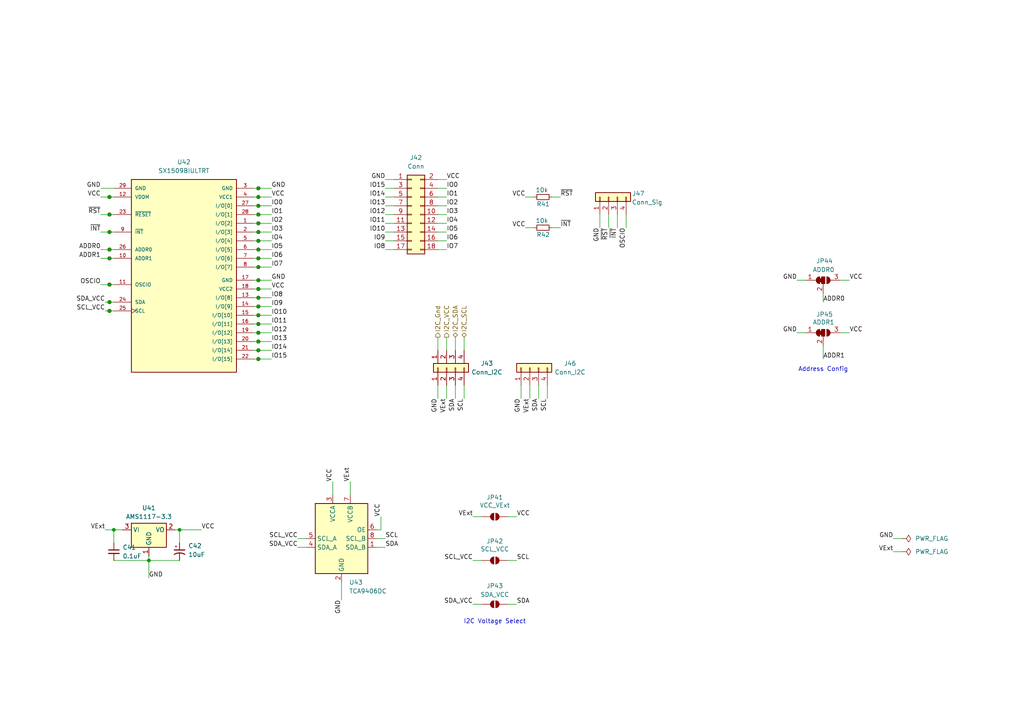
<source format=kicad_sch>
(kicad_sch (version 20231120) (generator "eeschema") (generator_version "8.0")
  (paper "A4")
  (title_block (title "IO Multiplexer") (date "2024-03-19") (rev "2") (company "Perth Artifactory"))
  (lib_symbols
    (symbol "Connector:Conn_01x04_Pin" (pin_names (offset 1.016) hide)
      (property "Reference" "J" (at 0 5.08 0))
      (property "Value" "Conn_01x04_Pin" (at 0 -7.62 0))
      (symbol "Conn_01x04_Pin_1_1"
        (polyline (pts (xy 1.27 -5.08) (xy 0.8636 -5.08)) (stroke (width 0.1524)))
        (polyline (pts (xy 1.27 -2.54) (xy 0.8636 -2.54)) (stroke (width 0.1524)))
        (polyline (pts (xy 1.27 0) (xy 0.8636 0)) (stroke (width 0.1524)))
        (polyline (pts (xy 1.27 2.54) (xy 0.8636 2.54)) (stroke (width 0.1524)))
        (rectangle (start 0.8636 -4.953) (end 0 -5.207) (stroke (width 0.1524)) (fill (type outline)))
        (rectangle (start 0.8636 -2.413) (end 0 -2.667) (stroke (width 0.1524)) (fill (type outline)))
        (rectangle (start 0.8636 0.127) (end 0 -0.127) (stroke (width 0.1524)) (fill (type outline)))
        (rectangle (start 0.8636 2.667) (end 0 2.413) (stroke (width 0.1524)) (fill (type outline)))
        (pin passive line (at 5.08 2.54 180) (length 3.81) (name "Pin_1") (number "1"))
        (pin passive line (at 5.08 0 180) (length 3.81) (name "Pin_2") (number "2"))
        (pin passive line (at 5.08 -2.54 180) (length 3.81) (name "Pin_3") (number "3"))
        (pin passive line (at 5.08 -5.08 180) (length 3.81) (name "Pin_4") (number "4"))
      )
    )
    (symbol "Connector:TestPoint_Small" (pin_numbers hide) (pin_names (offset 0.762) hide)
      (property "Reference" "TP" (at 0 3.81 0))
      (property "Value" "TestPoint_Small" (at 0 2.032 0))
      (symbol "TestPoint_Small_0_1"
        (circle (center 0 0) (radius 0.508))
      )
      (symbol "TestPoint_Small_1_1"
        (pin passive line (at 0 0 90) (length 0) (name "1") (number "1"))
      )
    )
    (symbol "Connector_Generic:Conn_01x04" (pin_names (offset 1.016) hide)
      (property "Reference" "J" (at 0 5.08 0))
      (property "Value" "Conn_01x04" (at 0 -7.62 0))
      (symbol "Conn_01x04_1_1"
        (rectangle (start -1.27 -4.953) (end 0 -5.207) (stroke (width 0.1524)))
        (rectangle (start -1.27 -2.413) (end 0 -2.667) (stroke (width 0.1524)))
        (rectangle (start -1.27 0.127) (end 0 -0.127) (stroke (width 0.1524)))
        (rectangle (start -1.27 2.667) (end 0 2.413) (stroke (width 0.1524)))
        (rectangle (start -1.27 3.81) (end 1.27 -6.35) (stroke (width 0.254)) (fill (type background)))
        (pin passive line (at -5.08 2.54 0) (length 3.81) (name "Pin_1") (number "1"))
        (pin passive line (at -5.08 0 0) (length 3.81) (name "Pin_2") (number "2"))
        (pin passive line (at -5.08 -2.54 0) (length 3.81) (name "Pin_3") (number "3"))
        (pin passive line (at -5.08 -5.08 0) (length 3.81) (name "Pin_4") (number "4"))
      )
    )
    (symbol "Connector_Generic:Conn_02x09_Odd_Even" (pin_names (offset 1.016) hide)
      (property "Reference" "J" (at 1.27 12.7 0))
      (property "Value" "Conn_02x09_Odd_Even" (at 1.27 -12.7 0))
      (symbol "Conn_02x09_Odd_Even_1_1"
        (rectangle (start -1.27 -10.033) (end 0 -10.287) (stroke (width 0.1524)))
        (rectangle (start -1.27 -7.493) (end 0 -7.747) (stroke (width 0.1524)))
        (rectangle (start -1.27 -4.953) (end 0 -5.207) (stroke (width 0.1524)))
        (rectangle (start -1.27 -2.413) (end 0 -2.667) (stroke (width 0.1524)))
        (rectangle (start -1.27 0.127) (end 0 -0.127) (stroke (width 0.1524)))
        (rectangle (start -1.27 2.667) (end 0 2.413) (stroke (width 0.1524)))
        (rectangle (start -1.27 5.207) (end 0 4.953) (stroke (width 0.1524)))
        (rectangle (start -1.27 7.747) (end 0 7.493) (stroke (width 0.1524)))
        (rectangle (start -1.27 10.287) (end 0 10.033) (stroke (width 0.1524)))
        (rectangle (start -1.27 11.43) (end 3.81 -11.43) (stroke (width 0.254)) (fill (type background)))
        (rectangle (start 3.81 -10.033) (end 2.54 -10.287) (stroke (width 0.1524)))
        (rectangle (start 3.81 -7.493) (end 2.54 -7.747) (stroke (width 0.1524)))
        (rectangle (start 3.81 -4.953) (end 2.54 -5.207) (stroke (width 0.1524)))
        (rectangle (start 3.81 -2.413) (end 2.54 -2.667) (stroke (width 0.1524)))
        (rectangle (start 3.81 0.127) (end 2.54 -0.127) (stroke (width 0.1524)))
        (rectangle (start 3.81 2.667) (end 2.54 2.413) (stroke (width 0.1524)))
        (rectangle (start 3.81 5.207) (end 2.54 4.953) (stroke (width 0.1524)))
        (rectangle (start 3.81 7.747) (end 2.54 7.493) (stroke (width 0.1524)))
        (rectangle (start 3.81 10.287) (end 2.54 10.033) (stroke (width 0.1524)))
        (pin passive line (at -5.08 10.16 0) (length 3.81) (name "Pin_1") (number "1"))
        (pin passive line (at 7.62 0 180) (length 3.81) (name "Pin_10") (number "10"))
        (pin passive line (at -5.08 -2.54 0) (length 3.81) (name "Pin_11") (number "11"))
        (pin passive line (at 7.62 -2.54 180) (length 3.81) (name "Pin_12") (number "12"))
        (pin passive line (at -5.08 -5.08 0) (length 3.81) (name "Pin_13") (number "13"))
        (pin passive line (at 7.62 -5.08 180) (length 3.81) (name "Pin_14") (number "14"))
        (pin passive line (at -5.08 -7.62 0) (length 3.81) (name "Pin_15") (number "15"))
        (pin passive line (at 7.62 -7.62 180) (length 3.81) (name "Pin_16") (number "16"))
        (pin passive line (at -5.08 -10.16 0) (length 3.81) (name "Pin_17") (number "17"))
        (pin passive line (at 7.62 -10.16 180) (length 3.81) (name "Pin_18") (number "18"))
        (pin passive line (at 7.62 10.16 180) (length 3.81) (name "Pin_2") (number "2"))
        (pin passive line (at -5.08 7.62 0) (length 3.81) (name "Pin_3") (number "3"))
        (pin passive line (at 7.62 7.62 180) (length 3.81) (name "Pin_4") (number "4"))
        (pin passive line (at -5.08 5.08 0) (length 3.81) (name "Pin_5") (number "5"))
        (pin passive line (at 7.62 5.08 180) (length 3.81) (name "Pin_6") (number "6"))
        (pin passive line (at -5.08 2.54 0) (length 3.81) (name "Pin_7") (number "7"))
        (pin passive line (at 7.62 2.54 180) (length 3.81) (name "Pin_8") (number "8"))
        (pin passive line (at -5.08 0 0) (length 3.81) (name "Pin_9") (number "9"))
      )
    )
    (symbol "Device:C_Polarized_Small_US" (pin_numbers hide) (pin_names (offset 0.254) hide)
      (property "Reference" "C" (at 0.254 1.778 0))
      (property "Value" "C_Polarized_Small_US" (at 0.254 -2.032 0))
      (symbol "C_Polarized_Small_US_0_1"
        (polyline (pts (xy -1.524 0.508) (xy 1.524 0.508)) (stroke (width 0.3048)))
        (polyline (pts (xy -1.27 1.524) (xy -0.762 1.524)))
        (polyline (pts (xy -1.016 1.27) (xy -1.016 1.778)))
        (arc (start 1.524 -0.762) (mid 0 -0.3734) (end -1.524 -0.762) (stroke (width 0.3048)))
      )
      (symbol "C_Polarized_Small_US_1_1"
        (pin passive line (at 0 2.54 270) (length 2.032) (name "~") (number "1"))
        (pin passive line (at 0 -2.54 90) (length 2.032) (name "~") (number "2"))
      )
    )
    (symbol "Device:C_Small" (pin_numbers hide) (pin_names (offset 0.254) hide)
      (property "Reference" "C" (at 0.254 1.778 0))
      (property "Value" "C_Small" (at 0.254 -2.032 0))
      (symbol "C_Small_0_1"
        (polyline (pts (xy -1.524 -0.508) (xy 1.524 -0.508)) (stroke (width 0.3302)))
        (polyline (pts (xy -1.524 0.508) (xy 1.524 0.508)) (stroke (width 0.3048)))
      )
      (symbol "C_Small_1_1"
        (pin passive line (at 0 2.54 270) (length 2.032) (name "~") (number "1"))
        (pin passive line (at 0 -2.54 90) (length 2.032) (name "~") (number "2"))
      )
    )
    (symbol "Device:R_Small" (pin_numbers hide) (pin_names (offset 0.254) hide)
      (property "Reference" "R" (at 0.762 0.508 0))
      (property "Value" "R_Small" (at 0.762 -1.016 0))
      (symbol "R_Small_0_1"
        (rectangle (start -0.762 1.778) (end 0.762 -1.778) (stroke (width 0.2032)))
      )
      (symbol "R_Small_1_1"
        (pin passive line (at 0 2.54 270) (length 0.762) (name "~") (number "1"))
        (pin passive line (at 0 -2.54 90) (length 0.762) (name "~") (number "2"))
      )
    )
    (symbol "Interface:TCA9406DC"
      (property "Reference" "U" (at -7.62 11.43 0))
      (property "Value" "TCA9406DC" (at 5.08 11.43 0))
      (symbol "TCA9406DC_0_1"
        (rectangle (start -7.62 10.16) (end 7.62 -10.16) (stroke (width 0.254)) (fill (type background)))
      )
      (symbol "TCA9406DC_1_1"
        (pin bidirectional line (at 10.16 -2.54 180) (length 2.54) (name "SDA_B") (number "1"))
        (pin power_in line (at 0 -12.7 90) (length 2.54) (name "GND") (number "2"))
        (pin power_in line (at -2.54 12.7 270) (length 2.54) (name "VCCA") (number "3"))
        (pin bidirectional line (at -10.16 -2.54 0) (length 2.54) (name "SDA_A") (number "4"))
        (pin bidirectional line (at -10.16 0 0) (length 2.54) (name "SCL_A") (number "5"))
        (pin input line (at 10.16 2.54 180) (length 2.54) (name "OE") (number "6"))
        (pin power_in line (at 2.54 12.7 270) (length 2.54) (name "VCCB") (number "7"))
        (pin bidirectional line (at 10.16 0 180) (length 2.54) (name "SCL_B") (number "8"))
      )
    )
    (symbol "Jumper:SolderJumper_2_Open" (pin_numbers hide) (pin_names (offset 0) hide) (exclude_from_sim yes) (in_bom no)
      (property "Reference" "JP" (at 0 2.032 0))
      (property "Value" "SolderJumper_2_Open" (at 0 -2.54 0))
      (symbol "SolderJumper_2_Open_0_1"
        (arc (start -0.254 1.016) (mid -1.2656 0) (end -0.254 -1.016))
        (arc (start -0.254 1.016) (mid -1.2656 0) (end -0.254 -1.016) (fill (type outline)))
        (polyline (pts (xy -0.254 1.016) (xy -0.254 -1.016)))
        (polyline (pts (xy 0.254 1.016) (xy 0.254 -1.016)))
        (arc (start 0.254 -1.016) (mid 1.2656 0) (end 0.254 1.016))
        (arc (start 0.254 -1.016) (mid 1.2656 0) (end 0.254 1.016) (fill (type outline)))
      )
      (symbol "SolderJumper_2_Open_1_1"
        (pin passive line (at -3.81 0 0) (length 2.54) (name "A") (number "1"))
        (pin passive line (at 3.81 0 180) (length 2.54) (name "B") (number "2"))
      )
    )
    (symbol "Jumper:SolderJumper_3_Bridged12" (pin_names (offset 0) hide) (exclude_from_sim yes) (in_bom no)
      (property "Reference" "JP" (at -2.54 -2.54 0))
      (property "Value" "SolderJumper_3_Bridged12" (at 0 2.794 0))
      (symbol "SolderJumper_3_Bridged12_0_1"
        (rectangle (start -1.016 0.508) (end -0.508 -0.508) (fill (type outline)))
        (arc (start -1.016 1.016) (mid -2.0276 0) (end -1.016 -1.016))
        (arc (start -1.016 1.016) (mid -2.0276 0) (end -1.016 -1.016) (fill (type outline)))
        (rectangle (start -0.508 1.016) (end 0.508 -1.016) (fill (type outline)))
        (polyline (pts (xy -2.54 0) (xy -2.032 0)))
        (polyline (pts (xy -1.016 1.016) (xy -1.016 -1.016)))
        (polyline (pts (xy 0 -1.27) (xy 0 -1.016)))
        (polyline (pts (xy 1.016 1.016) (xy 1.016 -1.016)))
        (polyline (pts (xy 2.54 0) (xy 2.032 0)))
        (arc (start 1.016 -1.016) (mid 2.0276 0) (end 1.016 1.016))
        (arc (start 1.016 -1.016) (mid 2.0276 0) (end 1.016 1.016) (fill (type outline)))
      )
      (symbol "SolderJumper_3_Bridged12_1_1"
        (pin passive line (at -5.08 0 0) (length 2.54) (name "A") (number "1"))
        (pin passive line (at 0 -3.81 90) (length 2.54) (name "C") (number "2"))
        (pin passive line (at 5.08 0 180) (length 2.54) (name "B") (number "3"))
      )
    )
    (symbol "Regulator_Linear:AMS1117-3.3"
      (property "Reference" "U" (at -3.81 3.175 0))
      (property "Value" "AMS1117-3.3" (at 0 3.175 0))
      (symbol "AMS1117-3.3_0_1"
        (rectangle (start -5.08 -5.08) (end 5.08 1.905) (stroke (width 0.254)) (fill (type background)))
      )
      (symbol "AMS1117-3.3_1_1"
        (pin power_in line (at 0 -7.62 90) (length 2.54) (name "GND") (number "1"))
        (pin power_out line (at 7.62 0 180) (length 2.54) (name "VO") (number "2"))
        (pin power_in line (at -7.62 0 0) (length 2.54) (name "VI") (number "3"))
      )
    )
    (symbol "Vending_Machine:SX1509BIULTRT" (pin_names (offset 1.016))
      (property "Reference" "U11" (at 0 33.02 0))
      (property "Value" "SX1509BIULTRT" (at 0 30.48 0))
      (symbol "SX1509BIULTRT_0_0"
        (rectangle (start -15.24 -27.94) (end 15.24 27.94) (stroke (width 0.254)) (fill (type background)))
        (pin bidirectional line (at 20.32 15.24 180) (length 5.08) (name "I/O[2]") (number "1"))
        (pin input line (at -20.32 5.08 0) (length 5.08) (name "ADDR1") (number "10"))
        (pin bidirectional line (at -20.32 -2.54 0) (length 5.08) (name "OSCIO") (number "11"))
        (pin power_in line (at -20.32 22.86 0) (length 5.08) (name "VDDM") (number "12"))
        (pin bidirectional line (at 20.32 -6.35 180) (length 5.08) (name "I/O[8]") (number "13"))
        (pin bidirectional line (at 20.32 -8.89 180) (length 5.08) (name "I/O[9]") (number "14"))
        (pin bidirectional line (at 20.32 -11.43 180) (length 5.08) (name "I/O[10]") (number "15"))
        (pin bidirectional line (at 20.32 -13.97 180) (length 5.08) (name "I/O[11]") (number "16"))
        (pin power_in line (at 20.32 -1.27 180) (length 5.08) (name "GND") (number "17"))
        (pin power_in line (at 20.32 -3.81 180) (length 5.08) (name "VCC2") (number "18"))
        (pin bidirectional line (at 20.32 -16.51 180) (length 5.08) (name "I/O[12]") (number "19"))
        (pin bidirectional line (at 20.32 12.7 180) (length 5.08) (name "I/O[3]") (number "2"))
        (pin bidirectional line (at 20.32 -19.05 180) (length 5.08) (name "I/O[13]") (number "20"))
        (pin bidirectional line (at 20.32 -21.59 180) (length 5.08) (name "I/O[14]") (number "21"))
        (pin bidirectional line (at 20.32 -24.13 180) (length 5.08) (name "I/O[15]") (number "22"))
        (pin input line (at -20.32 17.78 0) (length 5.08) (name "~{RESET}") (number "23"))
        (pin bidirectional line (at -20.32 -7.62 0) (length 5.08) (name "SDA") (number "24"))
        (pin input clock (at -20.32 -10.16 0) (length 5.08) (name "SCL") (number "25"))
        (pin input line (at -20.32 7.62 0) (length 5.08) (name "ADDR0") (number "26"))
        (pin bidirectional line (at 20.32 20.32 180) (length 5.08) (name "I/O[0]") (number "27"))
        (pin bidirectional line (at 20.32 17.78 180) (length 5.08) (name "I/O[1]") (number "28"))
        (pin power_in line (at -20.32 25.4 0) (length 5.08) (name "GND") (number "29"))
        (pin power_in line (at 20.32 25.4 180) (length 5.08) (name "GND") (number "3"))
        (pin power_in line (at 20.32 22.86 180) (length 5.08) (name "VCC1") (number "4"))
        (pin bidirectional line (at 20.32 10.16 180) (length 5.08) (name "I/O[4]") (number "5"))
        (pin bidirectional line (at 20.32 7.62 180) (length 5.08) (name "I/O[5]") (number "6"))
        (pin bidirectional line (at 20.32 5.08 180) (length 5.08) (name "I/O[6]") (number "7"))
        (pin bidirectional line (at 20.32 2.54 180) (length 5.08) (name "I/O[7]") (number "8"))
        (pin output line (at -20.32 12.7 0) (length 5.08) (name "~{INT}") (number "9"))
      )
    )
    (symbol "power:PWR_FLAG" (power) (pin_numbers hide) (pin_names (offset 0) hide)
      (property "Value" "PWR_FLAG" (at 0 3.81 0))
      (symbol "PWR_FLAG_0_0"
        (pin power_out line (at 0 0 90) (length 0) (name "~") (number "1"))
      )
      (symbol "PWR_FLAG_0_1"
        (polyline (pts (xy 0 0) (xy 0 1.27) (xy -1.016 1.905) (xy 0 2.54) (xy 1.016 1.905) (xy 0 1.27)))
      )
    )
  )
  (junction (at 74.93 72.39))
  (junction (at 52.07 153.67))
  (junction (at 31.75 67.31))
  (junction (at 74.93 54.61))
  (junction (at 74.93 69.85))
  (junction (at 33.02 153.67))
  (junction (at 74.93 83.82))
  (junction (at 74.93 62.23))
  (junction (at 31.75 74.93))
  (junction (at 31.75 90.17))
  (junction (at 74.93 57.15))
  (junction (at 43.18 162.56))
  (junction (at 74.93 99.06))
  (junction (at 74.93 64.77))
  (junction (at 74.93 91.44))
  (junction (at 31.75 57.15))
  (junction (at 31.75 62.23))
  (junction (at 31.75 72.39))
  (junction (at 74.93 101.6))
  (junction (at 74.93 88.9))
  (junction (at 74.93 104.14))
  (junction (at 74.93 59.69))
  (junction (at 74.93 74.93))
  (junction (at 74.93 93.98))
  (junction (at 74.93 86.36))
  (junction (at 74.93 67.31))
  (junction (at 31.75 87.63))
  (junction (at 74.93 77.47))
  (junction (at 31.75 82.55))
  (junction (at 74.93 96.52))
  (junction (at 74.93 81.28))
  (wire (pts (xy 74.93 62.23) (xy 78.74 62.23)))
  (wire (pts (xy 29.21 67.31) (xy 31.75 67.31)))
  (wire (pts (xy 73.66 91.44) (xy 74.93 91.44)))
  (wire (pts (xy 137.16 162.56) (xy 139.7 162.56)))
  (wire (pts (xy 30.48 87.63) (xy 31.75 87.63)))
  (wire (pts (xy 147.32 149.86) (xy 149.86 149.86)))
  (wire (pts (xy 74.93 101.6) (xy 78.74 101.6)))
  (wire (pts (xy 33.02 162.56) (xy 43.18 162.56)))
  (wire (pts (xy 29.21 54.61) (xy 33.02 54.61)))
  (wire (pts (xy 154.94 57.15) (xy 152.4 57.15)))
  (wire (pts (xy 114.3 59.69) (xy 111.76 59.69)))
  (wire (pts (xy 129.54 67.31) (xy 127 67.31)))
  (wire (pts (xy 74.93 86.36) (xy 78.74 86.36)))
  (wire (pts (xy 74.93 81.28) (xy 78.74 81.28)))
  (wire (pts (xy 74.93 74.93) (xy 78.74 74.93)))
  (wire (pts (xy 43.18 162.56) (xy 43.18 167.64)))
  (wire (pts (xy 73.66 88.9) (xy 74.93 88.9)))
  (wire (pts (xy 162.56 57.15) (xy 160.02 57.15)))
  (wire (pts (xy 243.84 81.28) (xy 246.38 81.28)))
  (wire (pts (xy 181.61 62.23) (xy 181.61 66.04)))
  (wire (pts (xy 73.66 57.15) (xy 74.93 57.15)))
  (wire (pts (xy 73.66 93.98) (xy 74.93 93.98)))
  (wire (pts (xy 137.16 175.26) (xy 139.7 175.26)))
  (wire (pts (xy 129.54 69.85) (xy 127 69.85)))
  (wire (pts (xy 88.9 158.75) (xy 86.36 158.75)))
  (wire (pts (xy 129.54 59.69) (xy 127 59.69)))
  (wire (pts (xy 99.06 168.91) (xy 99.06 173.99)))
  (wire (pts (xy 129.54 101.6) (xy 129.54 97.79)))
  (wire (pts (xy 31.75 90.17) (xy 33.02 90.17)))
  (wire (pts (xy 29.21 72.39) (xy 31.75 72.39)))
  (wire (pts (xy 129.54 64.77) (xy 127 64.77)))
  (wire (pts (xy 74.93 93.98) (xy 78.74 93.98)))
  (wire (pts (xy 129.54 72.39) (xy 127 72.39)))
  (wire (pts (xy 127 101.6) (xy 127 97.79)))
  (wire (pts (xy 74.93 69.85) (xy 78.74 69.85)))
  (wire (pts (xy 73.66 77.47) (xy 74.93 77.47)))
  (wire (pts (xy 73.66 83.82) (xy 74.93 83.82)))
  (wire (pts (xy 137.16 149.86) (xy 139.7 149.86)))
  (wire (pts (xy 114.3 57.15) (xy 111.76 57.15)))
  (wire (pts (xy 259.08 160.02) (xy 261.62 160.02)))
  (wire (pts (xy 111.76 158.75) (xy 109.22 158.75)))
  (wire (pts (xy 30.48 153.67) (xy 33.02 153.67)))
  (wire (pts (xy 74.93 72.39) (xy 78.74 72.39)))
  (wire (pts (xy 73.66 62.23) (xy 74.93 62.23)))
  (wire (pts (xy 129.54 54.61) (xy 127 54.61)))
  (wire (pts (xy 231.14 81.28) (xy 233.68 81.28)))
  (wire (pts (xy 151.13 115.57) (xy 151.13 111.76)))
  (wire (pts (xy 73.66 59.69) (xy 74.93 59.69)))
  (wire (pts (xy 74.93 67.31) (xy 78.74 67.31)))
  (wire (pts (xy 134.62 101.6) (xy 134.62 97.79)))
  (wire (pts (xy 127 52.07) (xy 129.54 52.07)))
  (wire (pts (xy 134.62 111.76) (xy 134.62 115.57)))
  (wire (pts (xy 43.18 161.29) (xy 43.18 162.56)))
  (wire (pts (xy 74.93 91.44) (xy 78.74 91.44)))
  (wire (pts (xy 29.21 82.55) (xy 31.75 82.55)))
  (wire (pts (xy 31.75 57.15) (xy 29.21 57.15)))
  (wire (pts (xy 88.9 156.21) (xy 86.36 156.21)))
  (wire (pts (xy 132.08 111.76) (xy 132.08 115.57)))
  (wire (pts (xy 30.48 90.17) (xy 31.75 90.17)))
  (wire (pts (xy 74.93 59.69) (xy 78.74 59.69)))
  (wire (pts (xy 73.66 74.93) (xy 74.93 74.93)))
  (wire (pts (xy 31.75 82.55) (xy 33.02 82.55)))
  (wire (pts (xy 31.75 62.23) (xy 33.02 62.23)))
  (wire (pts (xy 114.3 67.31) (xy 111.76 67.31)))
  (wire (pts (xy 73.66 99.06) (xy 74.93 99.06)))
  (wire (pts (xy 73.66 67.31) (xy 74.93 67.31)))
  (wire (pts (xy 173.99 62.23) (xy 173.99 66.04)))
  (wire (pts (xy 129.54 62.23) (xy 127 62.23)))
  (wire (pts (xy 110.49 153.67) (xy 110.49 149.86)))
  (wire (pts (xy 74.93 104.14) (xy 78.74 104.14)))
  (wire (pts (xy 74.93 88.9) (xy 78.74 88.9)))
  (wire (pts (xy 114.3 72.39) (xy 111.76 72.39)))
  (wire (pts (xy 74.93 77.47) (xy 78.74 77.47)))
  (wire (pts (xy 73.66 64.77) (xy 74.93 64.77)))
  (wire (pts (xy 52.07 153.67) (xy 52.07 157.48)))
  (wire (pts (xy 50.8 153.67) (xy 52.07 153.67)))
  (wire (pts (xy 31.75 72.39) (xy 33.02 72.39)))
  (wire (pts (xy 147.32 162.56) (xy 149.86 162.56)))
  (wire (pts (xy 29.21 74.93) (xy 31.75 74.93)))
  (wire (pts (xy 110.49 153.67) (xy 109.22 153.67)))
  (wire (pts (xy 231.14 96.52) (xy 233.68 96.52)))
  (wire (pts (xy 74.93 96.52) (xy 78.74 96.52)))
  (wire (pts (xy 31.75 67.31) (xy 33.02 67.31)))
  (wire (pts (xy 114.3 69.85) (xy 111.76 69.85)))
  (wire (pts (xy 73.66 101.6) (xy 74.93 101.6)))
  (wire (pts (xy 73.66 96.52) (xy 74.93 96.52)))
  (wire (pts (xy 111.76 156.21) (xy 109.22 156.21)))
  (wire (pts (xy 129.54 115.57) (xy 129.54 111.76)))
  (wire (pts (xy 101.6 143.51) (xy 101.6 139.7)))
  (wire (pts (xy 78.74 54.61) (xy 74.93 54.61)))
  (wire (pts (xy 43.18 162.56) (xy 52.07 162.56)))
  (wire (pts (xy 238.76 100.33) (xy 238.76 104.14)))
  (wire (pts (xy 31.75 74.93) (xy 33.02 74.93)))
  (wire (pts (xy 73.66 86.36) (xy 74.93 86.36)))
  (wire (pts (xy 114.3 64.77) (xy 111.76 64.77)))
  (wire (pts (xy 114.3 54.61) (xy 111.76 54.61)))
  (wire (pts (xy 33.02 57.15) (xy 31.75 57.15)))
  (wire (pts (xy 52.07 153.67) (xy 58.42 153.67)))
  (wire (pts (xy 74.93 64.77) (xy 78.74 64.77)))
  (wire (pts (xy 73.66 69.85) (xy 74.93 69.85)))
  (wire (pts (xy 153.67 115.57) (xy 153.67 111.76)))
  (wire (pts (xy 111.76 52.07) (xy 114.3 52.07)))
  (wire (pts (xy 259.08 156.21) (xy 261.62 156.21)))
  (wire (pts (xy 162.56 66.04) (xy 160.02 66.04)))
  (wire (pts (xy 33.02 153.67) (xy 33.02 157.48)))
  (wire (pts (xy 74.93 54.61) (xy 73.66 54.61)))
  (wire (pts (xy 127 115.57) (xy 127 111.76)))
  (wire (pts (xy 156.21 111.76) (xy 156.21 115.57)))
  (wire (pts (xy 73.66 81.28) (xy 74.93 81.28)))
  (wire (pts (xy 29.21 62.23) (xy 31.75 62.23)))
  (wire (pts (xy 238.76 85.09) (xy 238.76 87.63)))
  (wire (pts (xy 158.75 111.76) (xy 158.75 115.57)))
  (wire (pts (xy 129.54 57.15) (xy 127 57.15)))
  (wire (pts (xy 179.07 62.23) (xy 179.07 66.04)))
  (wire (pts (xy 147.32 175.26) (xy 149.86 175.26)))
  (wire (pts (xy 31.75 87.63) (xy 33.02 87.63)))
  (wire (pts (xy 74.93 83.82) (xy 78.74 83.82)))
  (wire (pts (xy 132.08 101.6) (xy 132.08 97.79)))
  (wire (pts (xy 74.93 57.15) (xy 78.74 57.15)))
  (wire (pts (xy 73.66 72.39) (xy 74.93 72.39)))
  (wire (pts (xy 243.84 96.52) (xy 246.38 96.52)))
  (wire (pts (xy 33.02 153.67) (xy 35.56 153.67)))
  (wire (pts (xy 154.94 66.04) (xy 152.4 66.04)))
  (wire (pts (xy 114.3 62.23) (xy 111.76 62.23)))
  (wire (pts (xy 73.66 104.14) (xy 74.93 104.14)))
  (wire (pts (xy 176.53 62.23) (xy 176.53 66.04)))
  (wire (pts (xy 96.52 143.51) (xy 96.52 139.7)))
  (wire (pts (xy 74.93 99.06) (xy 78.74 99.06)))
  (text "I2C Voltage Select" (at 143.51 180.34 0) (effects (font (size 1.27 1.27))))
  (text "Address Config" (at 238.76 107.188 0) (effects (font (size 1.27 1.27))))
  (label "SDA_VCC" (at 30.48 87.63 180))
  (label "IO11" (at 111.76 64.77 180))
  (label "GND" (at 231.14 81.28 180))
  (label "IO3" (at 78.74 67.31 0))
  (label "IO7" (at 129.54 72.39 0))
  (label "IO6" (at 129.54 69.85 0))
  (label "VExt" (at 259.08 160.02 180))
  (label "SCL_VCC" (at 137.16 162.56 180))
  (label "IO0" (at 129.54 54.61 0))
  (label "SDA" (at 149.86 175.26 0))
  (label "GND" (at 151.13 115.57 270))
  (label "VExt" (at 101.6 139.7 90))
  (label "IO6" (at 78.74 74.93 0))
  (label "IO5" (at 78.74 72.39 0))
  (label "IO15" (at 78.74 104.14 0))
  (label "VExt" (at 30.48 153.67 180))
  (label "ADDR0" (at 238.76 87.63 0))
  (label "VExt" (at 129.54 115.57 270))
  (label "SCL_VCC" (at 86.36 156.21 180))
  (label "IO10" (at 111.76 67.31 180))
  (label "VExt" (at 137.16 149.86 180))
  (label "VCC" (at 246.38 96.52 0))
  (label "GND" (at 127 115.57 270))
  (label "~{INT}" (at 179.07 66.04 270))
  (label "OSCIO" (at 29.21 82.55 180))
  (label "GND" (at 259.08 156.21 180))
  (label "~{INT}" (at 29.21 67.31 180))
  (label "VCC" (at 78.74 57.15 0))
  (label "GND" (at 173.99 66.04 270))
  (label "VCC" (at 129.54 52.07 0))
  (label "GND" (at 29.21 54.61 180))
  (label "~{RST}" (at 29.21 62.23 180))
  (label "IO14" (at 78.74 101.6 0))
  (label "GND" (at 99.06 173.99 270))
  (label "SCL_VCC" (at 30.48 90.17 180))
  (label "VExt" (at 153.67 115.57 270))
  (label "IO0" (at 78.74 59.69 0))
  (label "IO15" (at 111.76 54.61 180))
  (label "IO13" (at 111.76 59.69 180))
  (label "SDA" (at 156.21 115.57 270))
  (label "~{INT}" (at 162.56 66.04 0))
  (label "~{RST}" (at 162.56 57.15 0))
  (label "SCL" (at 149.86 162.56 0))
  (label "SCL" (at 111.76 156.21 0))
  (label "~{RST}" (at 176.53 66.04 270))
  (label "IO7" (at 78.74 77.47 0))
  (label "IO1" (at 129.54 57.15 0))
  (label "ADDR1" (at 29.21 74.93 180))
  (label "IO12" (at 78.74 96.52 0))
  (label "IO8" (at 78.74 86.36 0))
  (label "IO2" (at 78.74 64.77 0))
  (label "SDA" (at 132.08 115.57 270))
  (label "IO3" (at 129.54 62.23 0))
  (label "VCC" (at 246.38 81.28 0))
  (label "SDA_VCC" (at 137.16 175.26 180))
  (label "GND" (at 231.14 96.52 180))
  (label "IO2" (at 129.54 59.69 0))
  (label "VCC" (at 110.49 149.86 90))
  (label "ADDR1" (at 238.76 104.14 0))
  (label "VCC" (at 152.4 66.04 180))
  (label "VCC" (at 96.52 139.7 90))
  (label "IO4" (at 78.74 69.85 0))
  (label "IO8" (at 111.76 72.39 180))
  (label "GND" (at 111.76 52.07 180))
  (label "VCC" (at 152.4 57.15 180))
  (label "SDA" (at 111.76 158.75 0))
  (label "VCC" (at 29.21 57.15 180))
  (label "VCC" (at 58.42 153.67 0))
  (label "GND" (at 78.74 81.28 0))
  (label "VCC" (at 149.86 149.86 0))
  (label "OSCIO" (at 181.61 66.04 270))
  (label "SCL" (at 134.62 115.57 270))
  (label "SCL" (at 158.75 115.57 270))
  (label "ADDR0" (at 29.21 72.39 180))
  (label "GND" (at 78.74 54.61 0))
  (label "IO11" (at 78.74 93.98 0))
  (label "SDA_VCC" (at 86.36 158.75 180))
  (label "IO1" (at 78.74 62.23 0))
  (label "VCC" (at 78.74 83.82 0))
  (label "IO9" (at 111.76 69.85 180))
  (label "IO14" (at 111.76 57.15 180))
  (label "IO5" (at 129.54 67.31 0))
  (label "IO12" (at 111.76 62.23 180))
  (label "IO4" (at 129.54 64.77 0))
  (label "GND" (at 43.18 167.64 0))
  (label "IO9" (at 78.74 88.9 0))
  (label "IO10" (at 78.74 91.44 0))
  (label "IO13" (at 78.74 99.06 0))
  (hierarchical_label "I2C_VCC" (shape output) (at 129.54 97.79 90))
  (hierarchical_label "I2C_Gnd" (shape output) (at 127 97.79 90))
  (hierarchical_label "I2C_SCL" (shape bidirectional) (at 134.62 97.79 90))
  (hierarchical_label "I2C_SDA" (shape bidirectional) (at 132.08 97.79 90))
  (symbol (lib_id "Connector:TestPoint_Small") (at 74.93 69.85 0) (unit 1)
    (property "Reference" "TP53" (effects (hide yes)))
    (property "Value" "IO4" (effects (hide yes)))
    (property "Footprint" "Footprints:TestPoint_Pad_D1.0mm" (effects (hide yes)))
    (property "Description" "test point" (effects (hide yes)))
  )
  (symbol (lib_id "Connector:TestPoint_Small") (at 31.75 57.15 0) (unit 1)
    (property "Reference" "TP39" (effects (hide yes)))
    (property "Value" "VCC" (effects (hide yes)))
    (property "Footprint" "Footprints:TestPoint_Pad_D1.0mm" (effects (hide yes)))
    (property "Description" "test point" (effects (hide yes)))
  )
  (symbol (lib_id "Connector:TestPoint_Small") (at 74.93 62.23 0) (unit 1)
    (property "Reference" "TP50" (effects (hide yes)))
    (property "Value" "IO1" (effects (hide yes)))
    (property "Footprint" "Footprints:TestPoint_Pad_D1.0mm" (effects (hide yes)))
    (property "Description" "test point" (effects (hide yes)))
  )
  (symbol (lib_id "Jumper:SolderJumper_2_Open") (at 143.51 149.86 0) (unit 1) (exclude_from_sim yes) (in_bom no)
    (property "Reference" "JP41" (at 143.51 144.272 0))
    (property "Value" "VCC_VExt" (at 143.51 146.558 0))
    (property "Footprint" "Jumper:SolderJumper-2_P1.3mm_Open_RoundedPad1.0x1.5mm" (effects (hide yes)))
    (property "Description" "Solder Jumper, 2-pole, open" (effects (hide yes)))
  )
  (symbol (lib_id "Connector:TestPoint_Small") (at 74.93 99.06 0) (unit 1)
    (property "Reference" "TP64" (effects (hide yes)))
    (property "Value" "IO13" (effects (hide yes)))
    (property "Footprint" "Footprints:TestPoint_Pad_D1.0mm" (effects (hide yes)))
    (property "Description" "test point" (effects (hide yes)))
  )
  (symbol (lib_id "Jumper:SolderJumper_2_Open") (at 143.51 162.56 0) (unit 1) (exclude_from_sim yes) (in_bom no)
    (property "Reference" "JP42" (at 143.51 156.972 0))
    (property "Value" "SCL_VCC" (at 143.51 159.258 0))
    (property "Footprint" "Jumper:SolderJumper-2_P1.3mm_Open_RoundedPad1.0x1.5mm" (effects (hide yes)))
    (property "Description" "Solder Jumper, 2-pole, open" (effects (hide yes)))
  )
  (symbol (lib_id "Connector:TestPoint_Small") (at 31.75 72.39 0) (unit 1)
    (property "Reference" "TP42" (effects (hide yes)))
    (property "Value" "Addr0" (effects (hide yes)))
    (property "Footprint" "Footprints:TestPoint_Pad_D1.0mm" (effects (hide yes)))
    (property "Description" "test point" (effects (hide yes)))
  )
  (symbol (lib_id "Connector:TestPoint_Small") (at 31.75 67.31 0) (unit 1)
    (property "Reference" "TP41" (effects (hide yes)))
    (property "Value" "~{INT}" (effects (hide yes)))
    (property "Footprint" "Footprints:TestPoint_Pad_D1.0mm" (effects (hide yes)))
    (property "Description" "test point" (effects (hide yes)))
  )
  (symbol (lib_id "Regulator_Linear:AMS1117-3.3") (at 43.18 153.67 0) (unit 1)
    (property "Reference" "U41" (at 43.18 147.32 0))
    (property "Value" "AMS1117-3.3" (at 43.18 149.86 0))
    (property "Footprint" "Package_TO_SOT_SMD:SOT-223-3_TabPin2" (effects (hide yes)))
    (property "Datasheet" "http://www.advanced-monolithic.com/pdf/ds1117.pdf" (effects (hide yes)))
    (property "Description" "1A Low Dropout regulator, positive, 3.3V fixed output, SOT-223" (effects (hide yes)))
  )
  (symbol (lib_id "Connector:TestPoint_Small") (at 31.75 90.17 0) (unit 1)
    (property "Reference" "TP46" (effects (hide yes)))
    (property "Value" "SCL" (effects (hide yes)))
    (property "Footprint" "Footprints:TestPoint_Pad_D1.0mm" (effects (hide yes)))
    (property "Description" "test point" (effects (hide yes)))
  )
  (symbol (lib_id "Connector:TestPoint_Small") (at 74.93 57.15 0) (unit 1)
    (property "Reference" "TP48" (effects (hide yes)))
    (property "Value" "VCC" (effects (hide yes)))
    (property "Footprint" "Footprints:TestPoint_Pad_D1.0mm" (effects (hide yes)))
    (property "Description" "test point" (effects (hide yes)))
  )
  (symbol (lib_id "Connector:TestPoint_Small") (at 74.93 93.98 0) (unit 1)
    (property "Reference" "TP62" (effects (hide yes)))
    (property "Value" "IO11" (effects (hide yes)))
    (property "Footprint" "Footprints:TestPoint_Pad_D1.0mm" (effects (hide yes)))
    (property "Description" "test point" (effects (hide yes)))
  )
  (symbol (lib_id "Connector_Generic:Conn_02x09_Odd_Even") (at 119.38 62.23 0) (unit 1)
    (property "Reference" "J42" (at 120.65 45.72 0))
    (property "Value" "Conn" (at 120.65 48.26 0))
    (property "Footprint" "Connector_PinHeader_2.54mm:PinHeader_2x09_P2.54mm_Vertical" (effects (hide yes)))
    (property "Description" "Generic connector, double row, 02x09, odd/even pin numbering scheme (row 1 odd numbers, row 2 even numbers), script generated (kicad-library-utils/schlib/autogen/connector/)" (effects (hide yes)))
  )
  (symbol (lib_id "Connector:TestPoint_Small") (at 74.93 96.52 0) (unit 1)
    (property "Reference" "TP63" (effects (hide yes)))
    (property "Value" "IO12" (effects (hide yes)))
    (property "Footprint" "Footprints:TestPoint_Pad_D1.0mm" (effects (hide yes)))
    (property "Description" "test point" (effects (hide yes)))
  )
  (symbol (lib_id "Interface:TCA9406DC") (at 99.06 156.21 0) (unit 1)
    (property "Reference" "U43" (at 101.2541 168.91 0) (effects (justify left)))
    (property "Value" "TCA9406DC" (at 101.2541 171.45 0) (effects (justify left)))
    (property "Footprint" "Package_SO:VSSOP-8_2.3x2mm_P0.5mm" (effects (hide yes)))
    (property "Datasheet" "www.ti.com/lit/ds/symlink/tca9406.pdf" (effects (hide yes)))
    (property "Description" "2-Bit Bidirectional 1-MHz, I2C Bus and SMBus Voltage-Level Translator With 8-kV HBM ESD" (effects (hide yes)))
  )
  (symbol (lib_id "Jumper:SolderJumper_3_Bridged12") (at 238.76 81.28 0) (unit 1) (exclude_from_sim yes) (in_bom no)
    (property "Reference" "JP44" (at 236.728 75.692 0) (effects (justify left)))
    (property "Value" "ADDR0" (at 235.712 78.232 0) (effects (justify left)))
    (property "Footprint" "Jumper:SolderJumper-3_P1.3mm_Bridged12_RoundedPad1.0x1.5mm_NumberLabels" (effects (hide yes)))
    (property "Description" "3-pole Solder Jumper, pins 1+2 closed/bridged" (effects (hide yes)))
  )
  (symbol (lib_id "Connector_Generic:Conn_01x04") (at 129.54 106.68 90) (unit 1)
    (property "Reference" "J43" (at 141.224 105.41 90))
    (property "Value" "Conn_I2C" (at 141.224 107.95 90))
    (property "Footprint" "Connector_JST:JST_XH_B4B-XH-A_1x04_P2.50mm_Vertical" (effects (hide yes)))
    (property "Description" "Generic connector, single row, 01x04, script generated (kicad-library-utils/schlib/autogen/connector/)" (effects (hide yes)))
  )
  (symbol (lib_id "Connector:TestPoint_Small") (at 74.93 74.93 0) (unit 1)
    (property "Reference" "TP55" (effects (hide yes)))
    (property "Value" "IO6" (effects (hide yes)))
    (property "Footprint" "Footprints:TestPoint_Pad_D1.0mm" (effects (hide yes)))
    (property "Description" "test point" (effects (hide yes)))
  )
  (symbol (lib_id "Connector:TestPoint_Small") (at 31.75 82.55 0) (unit 1)
    (property "Reference" "TP44" (effects (hide yes)))
    (property "Value" "OSC" (effects (hide yes)))
    (property "Footprint" "Footprints:TestPoint_Pad_D1.0mm" (effects (hide yes)))
    (property "Description" "test point" (effects (hide yes)))
  )
  (symbol (lib_id "Connector:TestPoint_Small") (at 74.93 88.9 0) (unit 1)
    (property "Reference" "TP60" (effects (hide yes)))
    (property "Value" "IO9" (effects (hide yes)))
    (property "Footprint" "Footprints:TestPoint_Pad_D1.0mm" (effects (hide yes)))
    (property "Description" "test point" (effects (hide yes)))
  )
  (symbol (lib_id "Connector_Generic:Conn_01x04") (at 176.53 57.15 90) (unit 1)
    (property "Reference" "J47" (at 185.166 56.134 90))
    (property "Value" "Conn_Sig" (at 187.706 58.674 90))
    (property "Footprint" "Connector_JST:JST_XH_B4B-XH-A_1x04_P2.50mm_Vertical" (effects (hide yes)))
    (property "Description" "Generic connector, single row, 01x04, script generated (kicad-library-utils/schlib/autogen/connector/)" (effects (hide yes)))
  )
  (symbol (lib_id "Jumper:SolderJumper_2_Open") (at 143.51 175.26 0) (unit 1) (exclude_from_sim yes) (in_bom no)
    (property "Reference" "JP43" (at 143.51 169.926 0))
    (property "Value" "SDA_VCC" (at 143.51 172.466 0))
    (property "Footprint" "Jumper:SolderJumper-2_P1.3mm_Open_RoundedPad1.0x1.5mm" (effects (hide yes)))
    (property "Description" "Solder Jumper, 2-pole, open" (effects (hide yes)))
  )
  (symbol (lib_id "Connector:TestPoint_Small") (at 74.93 101.6 0) (unit 1)
    (property "Reference" "TP65" (effects (hide yes)))
    (property "Value" "IO14" (effects (hide yes)))
    (property "Footprint" "Footprints:TestPoint_Pad_D1.0mm" (effects (hide yes)))
    (property "Description" "test point" (effects (hide yes)))
  )
  (symbol (lib_id "Connector_Generic:Conn_01x04") (at 153.67 106.68 90) (unit 1)
    (property "Reference" "J46" (at 165.354 105.41 90))
    (property "Value" "Conn_I2C" (at 165.354 107.95 90))
    (property "Footprint" "Connector_JST:JST_XH_B4B-XH-A_1x04_P2.50mm_Vertical" (effects (hide yes)))
    (property "Description" "Generic connector, single row, 01x04, script generated (kicad-library-utils/schlib/autogen/connector/)" (effects (hide yes)))
  )
  (symbol (lib_id "power:PWR_FLAG") (at 261.62 156.21 270) (unit 1)
    (property "Reference" "#FLG041" (effects (hide yes)))
    (property "Value" "PWR_FLAG" (at 265.43 156.2099 90) (effects (justify left)))
    (property "Description" "Special symbol for telling ERC where power comes from" (effects (hide yes)))
  )
  (symbol (lib_id "Connector:TestPoint_Small") (at 74.93 104.14 0) (unit 1)
    (property "Reference" "TP66" (effects (hide yes)))
    (property "Value" "IO15" (effects (hide yes)))
    (property "Footprint" "Footprints:TestPoint_Pad_D1.0mm" (effects (hide yes)))
    (property "Description" "test point" (effects (hide yes)))
  )
  (symbol (lib_id "Connector:TestPoint_Small") (at 74.93 54.61 0) (unit 1)
    (property "Reference" "TP47" (effects (hide yes)))
    (property "Value" "GND" (effects (hide yes)))
    (property "Footprint" "Footprints:TestPoint_Pad_D1.0mm" (effects (hide yes)))
    (property "Description" "test point" (effects (hide yes)))
  )
  (symbol (lib_id "Connector:TestPoint_Small") (at 31.75 74.93 0) (unit 1)
    (property "Reference" "TP43" (effects (hide yes)))
    (property "Value" "Addr1" (effects (hide yes)))
    (property "Footprint" "Footprints:TestPoint_Pad_D1.0mm" (effects (hide yes)))
    (property "Description" "test point" (effects (hide yes)))
  )
  (symbol (lib_id "Device:C_Small") (at 33.02 160.02 0) (unit 1)
    (property "Reference" "C41" (at 35.56 158.7563 0) (effects (justify left)))
    (property "Value" "0.1uF" (at 35.56 161.2963 0) (effects (justify left)))
    (property "Footprint" "Capacitor_SMD:C_0805_2012Metric_Pad1.18x1.45mm_HandSolder" (effects (hide yes)))
    (property "Description" "Unpolarized capacitor, small symbol" (effects (hide yes)))
  )
  (symbol (lib_id "Connector:TestPoint_Small") (at 74.93 72.39 0) (unit 1)
    (property "Reference" "TP54" (effects (hide yes)))
    (property "Value" "IO5" (effects (hide yes)))
    (property "Footprint" "Footprints:TestPoint_Pad_D1.0mm" (effects (hide yes)))
    (property "Description" "test point" (effects (hide yes)))
  )
  (symbol (lib_id "Connector:Conn_01x04_Pin") (at 129.54 106.68 90) (unit 1) (on_board no)
    (property "Reference" "J45" (effects (hide yes)))
    (property "Value" "Conn_01x04_Pin" (effects (hide yes)))
    (property "Description" "Generic connector, single row, 01x04, script generated" (effects (hide yes)))
  )
  (symbol (lib_id "Connector:TestPoint_Small") (at 74.93 83.82 0) (unit 1)
    (property "Reference" "TP58" (effects (hide yes)))
    (property "Value" "VCC" (effects (hide yes)))
    (property "Footprint" "Footprints:TestPoint_Pad_D1.0mm" (effects (hide yes)))
    (property "Description" "test point" (effects (hide yes)))
  )
  (symbol (lib_id "power:PWR_FLAG") (at 261.62 160.02 270) (unit 1)
    (property "Reference" "#FLG042" (effects (hide yes)))
    (property "Value" "PWR_FLAG" (at 265.43 160.0199 90) (effects (justify left)))
    (property "Description" "Special symbol for telling ERC where power comes from" (effects (hide yes)))
  )
  (symbol (lib_id "Connector:TestPoint_Small") (at 74.93 59.69 0) (unit 1)
    (property "Reference" "TP49" (effects (hide yes)))
    (property "Value" "IO0" (effects (hide yes)))
    (property "Footprint" "Footprints:TestPoint_Pad_D1.0mm" (effects (hide yes)))
    (property "Description" "test point" (effects (hide yes)))
  )
  (symbol (lib_id "Device:R_Small") (at 157.48 66.04 90) (unit 1)
    (property "Reference" "R42" (at 159.512 68.072 90) (effects (justify left)))
    (property "Value" "10k" (at 159.004 64.008 90) (effects (justify left)))
    (property "Footprint" "Resistor_SMD:R_0805_2012Metric_Pad1.20x1.40mm_HandSolder" (effects (hide yes)))
    (property "Description" "Resistor, small symbol" (effects (hide yes)))
  )
  (symbol (lib_id "Device:C_Polarized_Small_US") (at 52.07 160.02 0) (unit 1)
    (property "Reference" "C42" (at 54.61 158.3182 0) (effects (justify left)))
    (property "Value" "10uF" (at 54.61 160.8582 0) (effects (justify left)))
    (property "Footprint" "Capacitor_SMD:C_0805_2012Metric_Pad1.18x1.45mm_HandSolder" (effects (hide yes)))
    (property "Description" "Polarized capacitor, small US symbol" (effects (hide yes)))
  )
  (symbol (lib_id "Connector:TestPoint_Small") (at 74.93 86.36 0) (unit 1)
    (property "Reference" "TP59" (effects (hide yes)))
    (property "Value" "IO8" (effects (hide yes)))
    (property "Footprint" "Footprints:TestPoint_Pad_D1.0mm" (effects (hide yes)))
    (property "Description" "test point" (effects (hide yes)))
  )
  (symbol (lib_id "Connector:TestPoint_Small") (at 74.93 64.77 0) (unit 1)
    (property "Reference" "TP51" (effects (hide yes)))
    (property "Value" "IO2" (effects (hide yes)))
    (property "Footprint" "Footprints:TestPoint_Pad_D1.0mm" (effects (hide yes)))
    (property "Description" "test point" (effects (hide yes)))
  )
  (symbol (lib_id "Vending_Machine:SX1509BIULTRT") (at 53.34 80.01 0) (unit 1)
    (property "Reference" "U42" (at 53.34 46.99 0))
    (property "Value" "SX1509BIULTRT" (at 53.34 49.53 0))
    (property "Footprint" "Package_DFN_QFN:QFN-28-1EP_4x4mm_P0.4mm_EP2.6x2.6mm_ThermalVias" (effects (hide yes)))
    (property "Description" "\nI/O Expander 16 I²C 400 kHz 28-QFN-UT (4x4)\n" (effects (hide yes)))
    (property "SNAPEDA_PACKAGE_ID" "56799" (effects (hide yes)))
    (property "B_NOM" "0.2" (effects (hide yes)))
    (property "PIN_COUNT_D" "7.0" (effects (hide yes)))
    (property "B_MIN" "0.15" (effects (hide yes)))
    (property "Check_prices" "https://www.snapeda.com/parts/SX1509BIULTRT/Semtech+Corporation/view-part/?ref=eda" (effects (hide yes)))
    (property "B_MAX" "0.25" (effects (hide yes)))
    (property "Price" "None" (effects (hide yes)))
    (property "ENOM" "0.4" (effects (hide yes)))
    (property "D_NOM" "4.0" (effects (hide yes)))
    (property "D_MAX" "4.1" (effects (hide yes)))
    (property "L_MAX" "0.5" (effects (hide yes)))
    (property "A_MAX" "0.6" (effects (hide yes)))
    (property "Package" "UFQFN-28 Semtech" (effects (hide yes)))
    (property "E2_NOM" "2.65" (effects (hide yes)))
    (property "D2_NOM" "2.65" (effects (hide yes)))
    (property "PARTREV" "Rev 4 – 26th April 2011" (effects (hide yes)))
    (property "SnapEDA_Link" "https://www.snapeda.com/parts/SX1509BIULTRT/Semtech+Corporation/view-part/?ref=snap" (effects (hide yes)))
    (property "E_NOM" "4.0" (effects (hide yes)))
    (property "STANDARD" "IPC 7351B" (effects (hide yes)))
    (property "L_NOM" "0.4" (effects (hide yes)))
    (property "MANUFACTURER" "Semtech" (effects (hide yes)))
    (property "MF" "Semtech" (effects (hide yes)))
    (property "Purchase-URL" "https://www.snapeda.com/api/url_track_click_mouser/?unipart_id=48722&manufacturer=Semtech&part_name=SX1509BIULTRT&search_term=sx1509" (effects (hide yes)))
    (property "PIN_COUNT_E" "7.0" (effects (hide yes)))
    (property "E_MIN" "3.9" (effects (hide yes)))
    (property "D_MIN" "3.9" (effects (hide yes)))
    (property "MP" "SX1509BIULTRT" (effects (hide yes)))
    (property "L_MIN" "0.3" (effects (hide yes)))
    (property "Availability" "In Stock" (effects (hide yes)))
    (property "E_MAX" "4.1" (effects (hide yes)))
  )
  (symbol (lib_id "Connector:TestPoint_Small") (at 74.93 81.28 0) (unit 1)
    (property "Reference" "TP57" (effects (hide yes)))
    (property "Value" "GND" (effects (hide yes)))
    (property "Footprint" "Footprints:TestPoint_Pad_D1.0mm" (effects (hide yes)))
    (property "Description" "test point" (effects (hide yes)))
  )
  (symbol (lib_id "Connector:TestPoint_Small") (at 74.93 67.31 0) (unit 1)
    (property "Reference" "TP52" (effects (hide yes)))
    (property "Value" "IO3" (effects (hide yes)))
    (property "Footprint" "Footprints:TestPoint_Pad_D1.0mm" (effects (hide yes)))
    (property "Description" "test point" (effects (hide yes)))
  )
  (symbol (lib_id "Connector:TestPoint_Small") (at 31.75 87.63 0) (unit 1)
    (property "Reference" "TP45" (effects (hide yes)))
    (property "Value" "SDA" (effects (hide yes)))
    (property "Footprint" "Footprints:TestPoint_Pad_D1.0mm" (effects (hide yes)))
    (property "Description" "test point" (effects (hide yes)))
  )
  (symbol (lib_id "Connector:TestPoint_Small") (at 74.93 91.44 0) (unit 1)
    (property "Reference" "TP61" (effects (hide yes)))
    (property "Value" "IO10" (effects (hide yes)))
    (property "Footprint" "Footprints:TestPoint_Pad_D1.0mm" (effects (hide yes)))
    (property "Description" "test point" (effects (hide yes)))
  )
  (symbol (lib_id "Device:R_Small") (at 157.48 57.15 90) (unit 1)
    (property "Reference" "R41" (at 159.512 59.182 90) (effects (justify left)))
    (property "Value" "10k" (at 159.004 55.118 90) (effects (justify left)))
    (property "Footprint" "Resistor_SMD:R_0805_2012Metric_Pad1.20x1.40mm_HandSolder" (effects (hide yes)))
    (property "Description" "Resistor, small symbol" (effects (hide yes)))
  )
  (symbol (lib_id "Jumper:SolderJumper_3_Bridged12") (at 238.76 96.52 0) (unit 1) (exclude_from_sim yes) (in_bom no)
    (property "Reference" "JP45" (at 236.728 91.186 0) (effects (justify left)))
    (property "Value" "ADDR1" (at 235.712 93.472 0) (effects (justify left)))
    (property "Footprint" "Jumper:SolderJumper-3_P1.3mm_Bridged12_RoundedPad1.0x1.5mm_NumberLabels" (effects (hide yes)))
    (property "Description" "3-pole Solder Jumper, pins 1+2 closed/bridged" (effects (hide yes)))
  )
  (symbol (lib_id "Connector:TestPoint_Small") (at 31.75 62.23 0) (unit 1)
    (property "Reference" "TP40" (effects (hide yes)))
    (property "Value" "~{RST}" (effects (hide yes)))
    (property "Footprint" "Footprints:TestPoint_Pad_D1.0mm" (effects (hide yes)))
    (property "Description" "test point" (effects (hide yes)))
  )
  (symbol (lib_id "Connector:TestPoint_Small") (at 74.93 77.47 0) (unit 1)
    (property "Reference" "TP56" (effects (hide yes)))
    (property "Value" "IO7" (effects (hide yes)))
    (property "Footprint" "Footprints:TestPoint_Pad_D1.0mm" (effects (hide yes)))
    (property "Description" "test point" (effects (hide yes)))
  )
)
</source>
